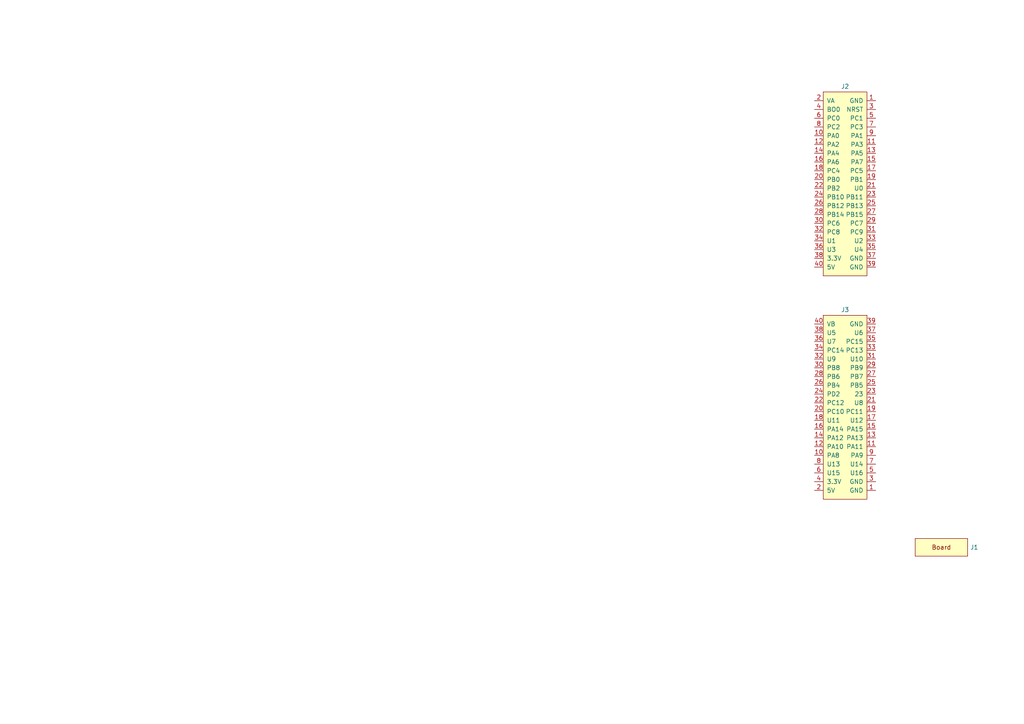
<source format=kicad_sch>
(kicad_sch (version 20230121) (generator eeschema)
  (paper "A4")
  (lib_symbols
    (symbol "stm32world:STM32WORLD_BOARD" (pin_names (offset 1.016))
      (property "Reference" "J" (at -6.35 3.81 0))
      (symbol "STM32WORLD_BOARD_0_0"
        (text "Board" (at 0 0 0) (effects (font (size 1.27 1.27))))
      )
      (symbol "STM32WORLD_BOARD_0_1"
        (rectangle (start -7.62 2.54) (end 7.62 -2.54) (stroke (width 0.1524)) (fill (type background)))
      )
    )
    (symbol "stm32world:STM32WORLD_CONNECTOR_1" (pin_names (offset 1.016))
      (property "Reference" "J" (at -6.35 27.94 0))
      (symbol "STM32WORLD_CONNECTOR_1_0_1"
        (rectangle (start -6.35 26.67) (end 6.35 -26.67) (fill (type background)))
      )
      (symbol "STM32WORLD_CONNECTOR_1_1_1"
        (pin passive line (at 8.89 24.13 180) (length 2.54) (name "GND") (number "1"))
        (pin passive line (at -8.89 13.97 0) (length 2.54) (name "PA0") (number "10"))
        (pin passive line (at 8.89 11.43 180) (length 2.54) (name "PA3") (number "11"))
        (pin passive line (at -8.89 11.43 0) (length 2.54) (name "PA2") (number "12"))
        (pin passive line (at 8.89 8.89 180) (length 2.54) (name "PA5") (number "13"))
        (pin passive line (at -8.89 8.89 0) (length 2.54) (name "PA4") (number "14"))
        (pin passive line (at 8.89 6.35 180) (length 2.54) (name "PA7") (number "15"))
        (pin passive line (at -8.89 6.35 0) (length 2.54) (name "PA6") (number "16"))
        (pin passive line (at 8.89 3.81 180) (length 2.54) (name "PC5") (number "17"))
        (pin passive line (at -8.89 3.81 0) (length 2.54) (name "PC4") (number "18"))
        (pin passive line (at 8.89 1.27 180) (length 2.54) (name "PB1") (number "19"))
        (pin passive line (at -8.89 24.13 0) (length 2.54) (name "VA") (number "2"))
        (pin passive line (at -8.89 1.27 0) (length 2.54) (name "PB0") (number "20"))
        (pin passive line (at 8.89 -1.27 180) (length 2.54) (name "U0") (number "21"))
        (pin passive line (at -8.89 -1.27 0) (length 2.54) (name "PB2") (number "22"))
        (pin passive line (at 8.89 -3.81 180) (length 2.54) (name "PB11") (number "23"))
        (pin passive line (at -8.89 -3.81 0) (length 2.54) (name "PB10") (number "24"))
        (pin passive line (at 8.89 -6.35 180) (length 2.54) (name "PB13") (number "25"))
        (pin passive line (at -8.89 -6.35 0) (length 2.54) (name "PB12") (number "26"))
        (pin passive line (at 8.89 -8.89 180) (length 2.54) (name "PB15") (number "27"))
        (pin passive line (at -8.89 -8.89 0) (length 2.54) (name "PB14") (number "28"))
        (pin passive line (at 8.89 -11.43 180) (length 2.54) (name "PC7") (number "29"))
        (pin passive line (at 8.89 21.59 180) (length 2.54) (name "NRST") (number "3"))
        (pin passive line (at -8.89 -11.43 0) (length 2.54) (name "PC6") (number "30"))
        (pin passive line (at 8.89 -13.97 180) (length 2.54) (name "PC9") (number "31"))
        (pin passive line (at -8.89 -13.97 0) (length 2.54) (name "PC8") (number "32"))
        (pin passive line (at 8.89 -16.51 180) (length 2.54) (name "U2") (number "33"))
        (pin passive line (at -8.89 -16.51 0) (length 2.54) (name "U1") (number "34"))
        (pin passive line (at 8.89 -19.05 180) (length 2.54) (name "U4") (number "35"))
        (pin passive line (at -8.89 -19.05 0) (length 2.54) (name "U3") (number "36"))
        (pin passive line (at 8.89 -21.59 180) (length 2.54) (name "GND") (number "37"))
        (pin passive line (at -8.89 -21.59 0) (length 2.54) (name "3.3V") (number "38"))
        (pin passive line (at 8.89 -24.13 180) (length 2.54) (name "GND") (number "39"))
        (pin passive line (at -8.89 21.59 0) (length 2.54) (name "BO0") (number "4"))
        (pin passive line (at -8.89 -24.13 0) (length 2.54) (name "5V") (number "40"))
        (pin passive line (at 8.89 19.05 180) (length 2.54) (name "PC1") (number "5"))
        (pin passive line (at -8.89 19.05 0) (length 2.54) (name "PC0") (number "6"))
        (pin passive line (at 8.89 16.51 180) (length 2.54) (name "PC3") (number "7"))
        (pin passive line (at -8.89 16.51 0) (length 2.54) (name "PC2") (number "8"))
        (pin passive line (at 8.89 13.97 180) (length 2.54) (name "PA1") (number "9"))
      )
    )
    (symbol "stm32world:STM32WORLD_CONNECTOR_2" (pin_names (offset 1.016))
      (property "Reference" "J" (at -5.08 27.94 0))
      (symbol "STM32WORLD_CONNECTOR_2_0_1"
        (rectangle (start 6.35 26.67) (end -6.35 -26.67) (fill (type background)))
      )
      (symbol "STM32WORLD_CONNECTOR_2_1_1"
        (pin passive line (at 8.89 -24.13 180) (length 2.54) (name "GND") (number "1"))
        (pin passive line (at -8.89 -13.97 0) (length 2.54) (name "PA8") (number "10"))
        (pin passive line (at 8.89 -11.43 180) (length 2.54) (name "PA11") (number "11"))
        (pin passive line (at -8.89 -11.43 0) (length 2.54) (name "PA10") (number "12"))
        (pin passive line (at 8.89 -8.89 180) (length 2.54) (name "PA13") (number "13"))
        (pin passive line (at -8.89 -8.89 0) (length 2.54) (name "PA12") (number "14"))
        (pin passive line (at 8.89 -6.35 180) (length 2.54) (name "PA15") (number "15"))
        (pin passive line (at -8.89 -6.35 0) (length 2.54) (name "PA14") (number "16"))
        (pin passive line (at 8.89 -3.81 180) (length 2.54) (name "U12") (number "17"))
        (pin passive line (at -8.89 -3.81 0) (length 2.54) (name "U11") (number "18"))
        (pin passive line (at 8.89 -1.27 180) (length 2.54) (name "PC11") (number "19"))
        (pin passive line (at -8.89 -24.13 0) (length 2.54) (name "5V") (number "2"))
        (pin passive line (at -8.89 -1.27 0) (length 2.54) (name "PC10") (number "20"))
        (pin passive line (at 8.89 1.27 180) (length 2.54) (name "U8") (number "21"))
        (pin passive line (at -8.89 1.27 0) (length 2.54) (name "PC12") (number "22"))
        (pin passive line (at 8.89 3.81 180) (length 2.54) (name "23") (number "23"))
        (pin passive line (at -8.89 3.81 0) (length 2.54) (name "PD2") (number "24"))
        (pin passive line (at 8.89 6.35 180) (length 2.54) (name "PB5") (number "25"))
        (pin passive line (at -8.89 6.35 0) (length 2.54) (name "PB4") (number "26"))
        (pin passive line (at 8.89 8.89 180) (length 2.54) (name "PB7") (number "27"))
        (pin passive line (at -8.89 8.89 0) (length 2.54) (name "PB6") (number "28"))
        (pin passive line (at 8.89 11.43 180) (length 2.54) (name "PB9") (number "29"))
        (pin passive line (at 8.89 -21.59 180) (length 2.54) (name "GND") (number "3"))
        (pin passive line (at -8.89 11.43 0) (length 2.54) (name "PB8") (number "30"))
        (pin passive line (at 8.89 13.97 180) (length 2.54) (name "U10") (number "31"))
        (pin passive line (at -8.89 13.97 0) (length 2.54) (name "U9") (number "32"))
        (pin passive line (at 8.89 16.51 180) (length 2.54) (name "PC13") (number "33"))
        (pin passive line (at -8.89 16.51 0) (length 2.54) (name "PC14") (number "34"))
        (pin passive line (at 8.89 19.05 180) (length 2.54) (name "PC15") (number "35"))
        (pin passive line (at -8.89 19.05 0) (length 2.54) (name "U7") (number "36"))
        (pin passive line (at 8.89 21.59 180) (length 2.54) (name "U6") (number "37"))
        (pin passive line (at -8.89 21.59 0) (length 2.54) (name "U5") (number "38"))
        (pin passive line (at 8.89 24.13 180) (length 2.54) (name "GND") (number "39"))
        (pin passive line (at -8.89 -21.59 0) (length 2.54) (name "3.3V") (number "4"))
        (pin passive line (at -8.89 24.13 0) (length 2.54) (name "VB") (number "40"))
        (pin passive line (at 8.89 -19.05 180) (length 2.54) (name "U16") (number "5"))
        (pin passive line (at -8.89 -19.05 0) (length 2.54) (name "U15") (number "6"))
        (pin passive line (at 8.89 -16.51 180) (length 2.54) (name "U14") (number "7"))
        (pin passive line (at -8.89 -16.51 0) (length 2.54) (name "U13") (number "8"))
        (pin passive line (at 8.89 -13.97 180) (length 2.54) (name "PA9") (number "9"))
      )
    )
  )
  (symbol (lib_id "stm32world:STM32WORLD_CONNECTOR_2") (at 245.11 118.11 0) (unit 1)
    (property "Reference" "J3" (at 245.11 89.8469 0))
    (property "Value" "STM32WORLD_CONNECTOR_2" (effects hide))
    (property "Footprint" "stm32world:PinSocket_2x20_P2.54mm_Vertical_Stackable" (effects hide))
    (property "LCSC" "C35165" (effects hide))
  )
  (symbol (lib_id "stm32world:STM32WORLD_CONNECTOR_1") (at 245.11 53.34 0) (unit 1)
    (property "Reference" "J2" (at 245.11 25.0769 0))
    (property "Value" "STM32WORLD_CONNECTOR_1" (effects hide))
    (property "Footprint" "stm32world:PinSocket_2x20_P2.54mm_Vertical_Stackable" (effects hide))
    (property "LCSC" "C35165" (effects hide))
  )
  (symbol (lib_id "stm32world:STM32WORLD_BOARD") (at 273.05 158.75 0) (unit 1)
    (property "Reference" "J1" (at 281.3812 158.75 0) (effects (justify left)))
    (property "Value" "STM32WORLD_BOARD" (effects hide))
    (property "Footprint" "stm32world:STM32WORLD_BOARD" (effects hide))
  )
)
</source>
